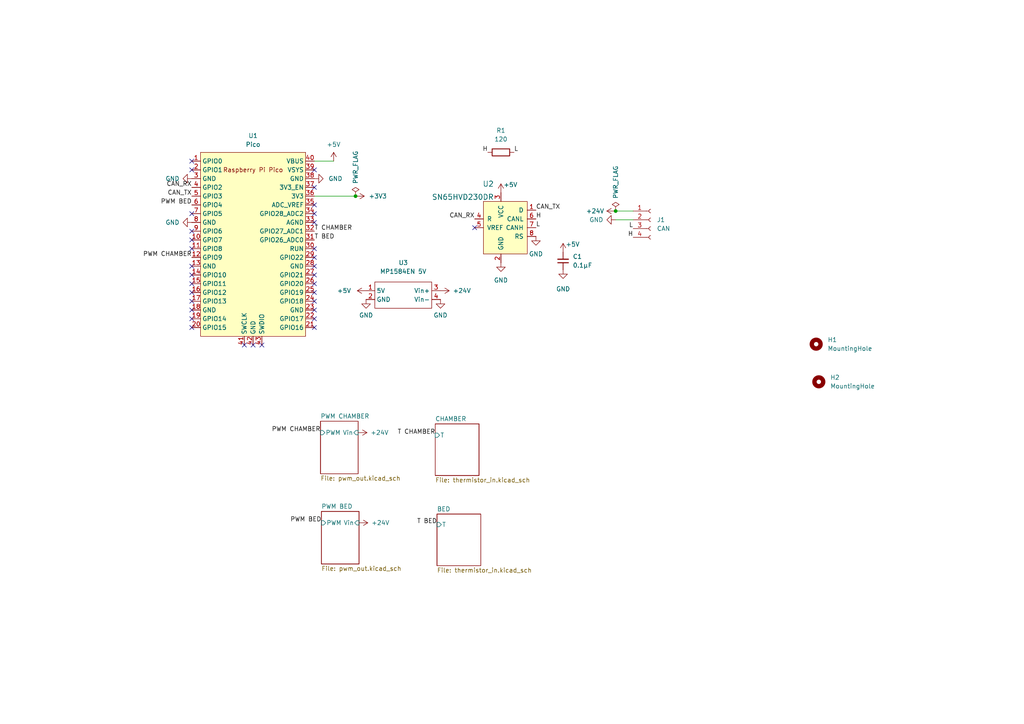
<source format=kicad_sch>
(kicad_sch (version 20211123) (generator eeschema)
  (paper "A4")
  (lib_symbols
    (symbol "Connector:Conn_01x04_Female" (pin_names (offset 1.016) hide)
      (property "Reference" "J" (at 0 5.08 0))
      (property "Value" "Conn_01x04_Female" (at 0 -7.62 0))
      (symbol "Conn_01x04_Female_1_1"
        (arc (start 0 -4.572) (mid -0.508 -5.08) (end 0 -5.588) (stroke (width 0.1524)))
        (arc (start 0 -2.032) (mid -0.508 -2.54) (end 0 -3.048) (stroke (width 0.1524)))
        (polyline (pts (xy -1.27 -5.08) (xy -0.508 -5.08)) (stroke (width 0.1524)))
        (polyline (pts (xy -1.27 -2.54) (xy -0.508 -2.54)) (stroke (width 0.1524)))
        (polyline (pts (xy -1.27 0) (xy -0.508 0)) (stroke (width 0.1524)))
        (polyline (pts (xy -1.27 2.54) (xy -0.508 2.54)) (stroke (width 0.1524)))
        (arc (start 0 0.508) (mid -0.508 0) (end 0 -0.508) (stroke (width 0.1524)))
        (arc (start 0 3.048) (mid -0.508 2.54) (end 0 2.032) (stroke (width 0.1524)))
        (pin passive line (at -5.08 2.54 0) (length 3.81) (name "Pin_1") (number "1"))
        (pin passive line (at -5.08 0 0) (length 3.81) (name "Pin_2") (number "2"))
        (pin passive line (at -5.08 -2.54 0) (length 3.81) (name "Pin_3") (number "3"))
        (pin passive line (at -5.08 -5.08 0) (length 3.81) (name "Pin_4") (number "4"))
      )
    )
    (symbol "Device:C_Small" (pin_numbers hide) (pin_names (offset 0.254) hide)
      (property "Reference" "C" (at 0.254 1.778 0))
      (property "Value" "C_Small" (at 0.254 -2.032 0))
      (symbol "C_Small_0_1"
        (polyline (pts (xy -1.524 -0.508) (xy 1.524 -0.508)) (stroke (width 0.3302)))
        (polyline (pts (xy -1.524 0.508) (xy 1.524 0.508)) (stroke (width 0.3048)))
      )
      (symbol "C_Small_1_1"
        (pin passive line (at 0 2.54 270) (length 2.032) (name "~") (number "1"))
        (pin passive line (at 0 -2.54 90) (length 2.032) (name "~") (number "2"))
      )
    )
    (symbol "Device:R" (pin_numbers hide) (pin_names (offset 0))
      (property "Reference" "R" (at 2.032 0 90))
      (property "Value" "R" (at 0 0 90))
      (symbol "R_0_1"
        (rectangle (start -1.016 -2.54) (end 1.016 2.54) (stroke (width 0.254)))
      )
      (symbol "R_1_1"
        (pin passive line (at 0 3.81 270) (length 1.27) (name "~") (number "1"))
        (pin passive line (at 0 -3.81 90) (length 1.27) (name "~") (number "2"))
      )
    )
    (symbol "MCU_RaspberryPi_and_Boards:Pico"
      (property "Reference" "U" (at -13.97 27.94 0))
      (property "Value" "Pico" (at 0 19.05 0))
      (symbol "Pico_0_0"
        (text "Raspberry Pi Pico" (at 0 21.59 0) (effects (font (size 1.27 1.27))))
      )
      (symbol "Pico_0_1"
        (rectangle (start -15.24 26.67) (end 15.24 -26.67) (fill (type background)))
      )
      (symbol "Pico_1_1"
        (pin bidirectional line (at -17.78 24.13 0) (length 2.54) (name "GPIO0") (number "1"))
        (pin bidirectional line (at -17.78 1.27 0) (length 2.54) (name "GPIO7") (number "10"))
        (pin bidirectional line (at -17.78 -1.27 0) (length 2.54) (name "GPIO8") (number "11"))
        (pin bidirectional line (at -17.78 -3.81 0) (length 2.54) (name "GPIO9") (number "12"))
        (pin power_in line (at -17.78 -6.35 0) (length 2.54) (name "GND") (number "13"))
        (pin bidirectional line (at -17.78 -8.89 0) (length 2.54) (name "GPIO10") (number "14"))
        (pin bidirectional line (at -17.78 -11.43 0) (length 2.54) (name "GPIO11") (number "15"))
        (pin bidirectional line (at -17.78 -13.97 0) (length 2.54) (name "GPIO12") (number "16"))
        (pin bidirectional line (at -17.78 -16.51 0) (length 2.54) (name "GPIO13") (number "17"))
        (pin power_in line (at -17.78 -19.05 0) (length 2.54) (name "GND") (number "18"))
        (pin bidirectional line (at -17.78 -21.59 0) (length 2.54) (name "GPIO14") (number "19"))
        (pin bidirectional line (at -17.78 21.59 0) (length 2.54) (name "GPIO1") (number "2"))
        (pin bidirectional line (at -17.78 -24.13 0) (length 2.54) (name "GPIO15") (number "20"))
        (pin bidirectional line (at 17.78 -24.13 180) (length 2.54) (name "GPIO16") (number "21"))
        (pin bidirectional line (at 17.78 -21.59 180) (length 2.54) (name "GPIO17") (number "22"))
        (pin power_in line (at 17.78 -19.05 180) (length 2.54) (name "GND") (number "23"))
        (pin bidirectional line (at 17.78 -16.51 180) (length 2.54) (name "GPIO18") (number "24"))
        (pin bidirectional line (at 17.78 -13.97 180) (length 2.54) (name "GPIO19") (number "25"))
        (pin bidirectional line (at 17.78 -11.43 180) (length 2.54) (name "GPIO20") (number "26"))
        (pin bidirectional line (at 17.78 -8.89 180) (length 2.54) (name "GPIO21") (number "27"))
        (pin power_in line (at 17.78 -6.35 180) (length 2.54) (name "GND") (number "28"))
        (pin bidirectional line (at 17.78 -3.81 180) (length 2.54) (name "GPIO22") (number "29"))
        (pin power_in line (at -17.78 19.05 0) (length 2.54) (name "GND") (number "3"))
        (pin input line (at 17.78 -1.27 180) (length 2.54) (name "RUN") (number "30"))
        (pin bidirectional line (at 17.78 1.27 180) (length 2.54) (name "GPIO26_ADC0") (number "31"))
        (pin bidirectional line (at 17.78 3.81 180) (length 2.54) (name "GPIO27_ADC1") (number "32"))
        (pin power_in line (at 17.78 6.35 180) (length 2.54) (name "AGND") (number "33"))
        (pin bidirectional line (at 17.78 8.89 180) (length 2.54) (name "GPIO28_ADC2") (number "34"))
        (pin power_in line (at 17.78 11.43 180) (length 2.54) (name "ADC_VREF") (number "35"))
        (pin power_in line (at 17.78 13.97 180) (length 2.54) (name "3V3") (number "36"))
        (pin input line (at 17.78 16.51 180) (length 2.54) (name "3V3_EN") (number "37"))
        (pin bidirectional line (at 17.78 19.05 180) (length 2.54) (name "GND") (number "38"))
        (pin power_in line (at 17.78 21.59 180) (length 2.54) (name "VSYS") (number "39"))
        (pin bidirectional line (at -17.78 16.51 0) (length 2.54) (name "GPIO2") (number "4"))
        (pin power_in line (at 17.78 24.13 180) (length 2.54) (name "VBUS") (number "40"))
        (pin input line (at -2.54 -29.21 90) (length 2.54) (name "SWCLK") (number "41"))
        (pin power_in line (at 0 -29.21 90) (length 2.54) (name "GND") (number "42"))
        (pin bidirectional line (at 2.54 -29.21 90) (length 2.54) (name "SWDIO") (number "43"))
        (pin bidirectional line (at -17.78 13.97 0) (length 2.54) (name "GPIO3") (number "5"))
        (pin bidirectional line (at -17.78 11.43 0) (length 2.54) (name "GPIO4") (number "6"))
        (pin bidirectional line (at -17.78 8.89 0) (length 2.54) (name "GPIO5") (number "7"))
        (pin power_in line (at -17.78 6.35 0) (length 2.54) (name "GND") (number "8"))
        (pin bidirectional line (at -17.78 3.81 0) (length 2.54) (name "GPIO6") (number "9"))
      )
    )
    (symbol "Mechanical:MountingHole" (pin_names (offset 1.016))
      (property "Reference" "H" (at 0 5.08 0))
      (property "Value" "MountingHole" (at 0 3.175 0))
      (symbol "MountingHole_0_1"
        (circle (center 0 0) (radius 1.27) (stroke (width 1.27)))
      )
    )
    (symbol "Power Modules:MP1584EN 5V"
      (property "Reference" "U" (at 0 5.08 0))
      (property "Value" "MP1584EN 5V" (at 0 -6.35 0))
      (symbol "MP1584EN 5V_0_0"
        (pin power_out line (at -10.16 1.27 0) (length 2.54) (name "5V") (number "1"))
        (pin power_out line (at -10.16 -1.27 0) (length 2.54) (name "GND") (number "2"))
        (pin power_in line (at 11.43 1.27 180) (length 2.54) (name "Vin+") (number "3"))
        (pin power_in line (at 11.43 -1.27 180) (length 2.54) (name "Vin-") (number "4"))
      )
      (symbol "MP1584EN 5V_0_1"
        (rectangle (start -7.62 3.81) (end 8.89 -3.81) (stroke (width 0.1524)))
      )
    )
    (symbol "dk_Interface-Drivers-Receivers-Transceivers:SN65HVD230DR" (pin_names (offset 1.016))
      (property "Reference" "U" (at -2.54 1.27 0))
      (property "Value" "SN65HVD230DR" (at 5.08 -17.78 0))
      (symbol "SN65HVD230DR_0_1"
        (rectangle (start -5.08 0) (end 7.62 -15.24) (fill (type background)))
      )
      (symbol "SN65HVD230DR_1_1"
        (pin input line (at -7.62 -2.54 0) (length 2.54) (name "D") (number "1"))
        (pin power_in line (at 2.54 -17.78 90) (length 2.54) (name "GND") (number "2"))
        (pin power_in line (at 2.54 2.54 270) (length 2.54) (name "VCC") (number "3"))
        (pin output line (at 10.16 -5.08 180) (length 2.54) (name "R") (number "4"))
        (pin output line (at 10.16 -7.62 180) (length 2.54) (name "VREF") (number "5"))
        (pin bidirectional line (at -7.62 -5.08 0) (length 2.54) (name "CANL") (number "6"))
        (pin bidirectional line (at -7.62 -7.62 0) (length 2.54) (name "CANH") (number "7"))
        (pin input line (at -7.62 -10.16 0) (length 2.54) (name "RS") (number "8"))
      )
    )
    (symbol "power:+24V" (power) (pin_names (offset 0))
      (property "Value" "+24V" (at 0 3.556 0))
      (symbol "+24V_0_1"
        (polyline (pts (xy -0.762 1.27) (xy 0 2.54)))
        (polyline (pts (xy 0 0) (xy 0 2.54)))
        (polyline (pts (xy 0 2.54) (xy 0.762 1.27)))
      )
      (symbol "+24V_1_1"
        (pin power_in line (at 0 0 90) (length 0) hide (name "+24V") (number "1"))
      )
    )
    (symbol "power:+3.3V" (power) (pin_names (offset 0))
      (property "Value" "+3.3V" (at 0 3.556 0))
      (symbol "+3.3V_0_1"
        (polyline (pts (xy -0.762 1.27) (xy 0 2.54)))
        (polyline (pts (xy 0 0) (xy 0 2.54)))
        (polyline (pts (xy 0 2.54) (xy 0.762 1.27)))
      )
      (symbol "+3.3V_1_1"
        (pin power_in line (at 0 0 90) (length 0) hide (name "+3V3") (number "1"))
      )
    )
    (symbol "power:+5V" (power) (pin_names (offset 0))
      (property "Value" "+5V" (at 0 3.556 0))
      (symbol "+5V_0_1"
        (polyline (pts (xy -0.762 1.27) (xy 0 2.54)))
        (polyline (pts (xy 0 0) (xy 0 2.54)))
        (polyline (pts (xy 0 2.54) (xy 0.762 1.27)))
      )
      (symbol "+5V_1_1"
        (pin power_in line (at 0 0 90) (length 0) hide (name "+5V") (number "1"))
      )
    )
    (symbol "power:GND" (power) (pin_names (offset 0))
      (property "Value" "GND" (at 0 -3.81 0))
      (symbol "GND_0_1"
        (polyline (pts (xy 0 0) (xy 0 -1.27) (xy 1.27 -1.27) (xy 0 -2.54) (xy -1.27 -1.27) (xy 0 -1.27)))
      )
      (symbol "GND_1_1"
        (pin power_in line (at 0 0 270) (length 0) hide (name "GND") (number "1"))
      )
    )
    (symbol "power:PWR_FLAG" (power) (pin_numbers hide) (pin_names (offset 0) hide)
      (property "Value" "PWR_FLAG" (at 0 3.81 0))
      (symbol "PWR_FLAG_0_0"
        (pin power_out line (at 0 0 90) (length 0) (name "pwr") (number "1"))
      )
      (symbol "PWR_FLAG_0_1"
        (polyline (pts (xy 0 0) (xy 0 1.27) (xy -1.016 1.905) (xy 0 2.54) (xy 1.016 1.905) (xy 0 1.27)))
      )
    )
  )
  (junction (at 178.562 61.214))
  (junction (at 103.124 56.896))
  (no_connect (at 55.626 61.976))
  (no_connect (at 91.186 87.376))
  (no_connect (at 91.186 82.296))
  (no_connect (at 91.186 79.756))
  (no_connect (at 91.186 61.976))
  (no_connect (at 91.186 59.436))
  (no_connect (at 91.186 64.516))
  (no_connect (at 91.186 72.136))
  (no_connect (at 91.186 74.676))
  (no_connect (at 91.186 77.216))
  (no_connect (at 91.186 89.916))
  (no_connect (at 91.186 92.456))
  (no_connect (at 91.186 54.356))
  (no_connect (at 91.186 49.276))
  (no_connect (at 55.626 46.736))
  (no_connect (at 55.626 49.276))
  (no_connect (at 55.626 67.056))
  (no_connect (at 55.626 92.456))
  (no_connect (at 55.626 89.916))
  (no_connect (at 55.626 87.376))
  (no_connect (at 91.186 84.836))
  (no_connect (at 55.626 82.296))
  (no_connect (at 55.626 79.756))
  (no_connect (at 55.626 77.216))
  (no_connect (at 55.626 84.836))
  (no_connect (at 55.626 72.136))
  (no_connect (at 55.626 69.596))
  (no_connect (at 91.186 94.996))
  (no_connect (at 55.626 94.996))
  (no_connect (at 137.668 66.04))
  (no_connect (at 75.946 100.076))
  (no_connect (at 73.406 100.076))
  (no_connect (at 70.866 100.076))
  (wire (pts (xy 91.186 46.736) (xy 96.774 46.736)))
  (wire (pts (xy 178.562 61.214) (xy 183.642 61.214)))
  (wire (pts (xy 91.186 56.896) (xy 103.124 56.896)))
  (wire (pts (xy 178.562 63.754) (xy 183.642 63.754)))
  (label "PWM BED" (at 55.626 59.436 180))
  (label "T BED" (at 91.186 69.596 0))
  (label "T BED" (at 126.746 152.146 180))
  (label "CAN_RX" (at 55.626 54.356 180))
  (label "L" (at 183.642 66.294 180))
  (label "L" (at 149.098 44.196 0))
  (label "H" (at 183.642 68.834 180))
  (label "T CHAMBER" (at 91.186 67.056 0))
  (label "CAN_TX" (at 55.626 56.896 180))
  (label "PWM CHAMBER" (at 55.626 74.676 180))
  (label "H" (at 155.448 63.5 0))
  (label "PWM BED" (at 93.218 151.638 180))
  (label "PWM CHAMBER" (at 92.964 125.476 180))
  (label "CAN_RX" (at 137.668 63.5 180))
  (label "CAN_TX" (at 155.448 60.96 0))
  (label "H" (at 141.478 44.196 180))
  (label "L" (at 155.448 66.04 0))
  (label "T CHAMBER" (at 126.238 126.238 180))
  (symbol (lib_id "power:PWR_FLAG") (at 178.562 61.214 0) (unit 1)
    (property "Reference" "#FLG0102" (effects hide))
    (property "Value" "PWR_FLAG" (at 178.5619 57.658 90) (effects (justify left)))
  )
  (symbol (lib_id "power:GND") (at 127.762 86.868 0) (unit 1)
    (property "Reference" "#PWR013" (effects hide))
    (property "Value" "GND" (at 127.762 91.44 0))
  )
  (symbol (lib_id "power:GND") (at 55.626 51.816 270) (unit 1)
    (property "Reference" "#PWR01" (effects hide))
    (property "Value" "GND" (at 52.07 51.8159 90) (effects (justify right)))
  )
  (symbol (lib_id "Device:C_Small") (at 163.322 75.692 180) (unit 1)
    (property "Reference" "C1" (at 166.116 74.4155 0) (effects (justify right)))
    (property "Value" "0.1µF" (at 166.116 76.9555 0) (effects (justify right)))
    (property "Footprint" "Capacitor_SMD:C_0805_2012Metric" (effects hide))
  )
  (symbol (lib_id "power:+24V") (at 104.14 151.638 270) (unit 1)
    (property "Reference" "#PWR06" (effects hide))
    (property "Value" "+24V" (at 107.696 151.6379 90) (effects (justify left)))
  )
  (symbol (lib_id "power:GND") (at 55.626 64.516 270) (unit 1)
    (property "Reference" "#PWR0102" (effects hide))
    (property "Value" "GND" (at 52.07 64.5159 90) (effects (justify right)))
  )
  (symbol (lib_id "power:+24V") (at 178.562 61.214 90) (unit 1)
    (property "Reference" "#PWR015" (effects hide))
    (property "Value" "+24V" (at 175.26 61.2139 90) (effects (justify left)))
  )
  (symbol (lib_id "power:GND") (at 145.288 76.2 0) (unit 1)
    (property "Reference" "#PWR010" (effects hide))
    (property "Value" "GND" (at 145.288 81.28 0))
  )
  (symbol (lib_id "power:GND") (at 163.322 78.232 0) (unit 1)
    (property "Reference" "#PWR014" (effects hide))
    (property "Value" "GND" (at 163.322 83.82 0))
  )
  (symbol (lib_id "power:+5V") (at 96.774 46.736 0) (unit 1)
    (property "Reference" "#PWR04" (effects hide))
    (property "Value" "+5V" (at 96.774 41.91 0))
  )
  (symbol (lib_id "power:+24V") (at 127.762 84.328 270) (unit 1)
    (property "Reference" "#PWR07" (effects hide))
    (property "Value" "+24V" (at 131.318 84.3279 90) (effects (justify left)))
  )
  (symbol (lib_id "power:+5V") (at 145.288 55.88 0) (mirror y) (unit 1)
    (property "Reference" "#PWR09" (effects hide))
    (property "Value" "+5V" (at 150.114 53.594 0) (effects (justify left)))
  )
  (symbol (lib_id "power:GND") (at 178.562 63.754 270) (unit 1)
    (property "Reference" "#PWR016" (effects hide))
    (property "Value" "GND" (at 175.006 63.7539 90) (effects (justify right)))
  )
  (symbol (lib_id "Mechanical:MountingHole") (at 237.49 110.744 0) (unit 1)
    (property "Reference" "H2" (at 240.792 109.4739 0) (effects (justify left)))
    (property "Value" "MountingHole" (at 240.792 112.0139 0) (effects (justify left)))
    (property "Footprint" "MountingHole:MountingHole_3.2mm_M3_DIN965" (effects hide))
  )
  (symbol (lib_id "power:GND") (at 106.172 86.868 0) (unit 1)
    (property "Reference" "#PWR08" (effects hide))
    (property "Value" "GND" (at 106.172 91.44 0))
  )
  (symbol (lib_id "power:PWR_FLAG") (at 103.124 56.896 0) (unit 1)
    (property "Reference" "#FLG0101" (effects hide))
    (property "Value" "PWR_FLAG" (at 103.1239 53.34 90) (effects (justify left)))
  )
  (symbol (lib_id "power:+5V") (at 106.172 84.328 90) (unit 1)
    (property "Reference" "#PWR011" (effects hide))
    (property "Value" "+5V" (at 101.854 84.3279 90) (effects (justify left)))
  )
  (symbol (lib_id "power:GND") (at 155.448 68.58 0) (unit 1)
    (property "Reference" "#PWR012" (effects hide))
    (property "Value" "GND" (at 155.448 73.66 0))
  )
  (symbol (lib_id "dk_Interface-Drivers-Receivers-Transceivers:SN65HVD230DR") (at 147.828 58.42 0) (mirror y) (unit 1)
    (property "Reference" "U2" (at 143.2686 53.34 0) (effects (font (size 1.524 1.524)) (justify left)))
    (property "Value" "SN65HVD230DR" (at 143.2686 57.15 0) (effects (font (size 1.524 1.524)) (justify left)))
    (property "Footprint" "digikey-footprints:SOIC-8_W3.9mm" (effects hide))
    (property "Datasheet" "http://www.ti.com/general/docs/suppproductinfo.tsp?distId=10&gotoUrl=http%3A%2F%2Fwww.ti.com%2Flit%2Fgpn%2Fsn65hvd230" (effects hide))
    (property "Digi-Key_PN" "296-11654-1-ND" (effects hide))
    (property "MPN" "SN65HVD230DR" (effects hide))
    (property "Category" "Integrated Circuits (ICs)" (effects hide))
    (property "Family" "Interface - Drivers, Receivers, Transceivers" (effects hide))
    (property "DK_Datasheet_Link" "http://www.ti.com/general/docs/suppproductinfo.tsp?distId=10&gotoUrl=http%3A%2F%2Fwww.ti.com%2Flit%2Fgpn%2Fsn65hvd230" (effects hide))
    (property "DK_Detail_Page" "/product-detail/en/texas-instruments/SN65HVD230DR/296-11654-1-ND/404366" (effects hide))
    (property "Description" "IC TXRX CAN 1MBPS 3.3V 8SOIC" (effects hide))
    (property "Manufacturer" "Texas Instruments" (effects hide))
    (property "Status" "Active" (effects hide))
  )
  (symbol (lib_id "power:+5V") (at 163.322 73.152 0) (mirror y) (unit 1)
    (property "Reference" "#PWR0101" (effects hide))
    (property "Value" "+5V" (at 168.148 70.866 0) (effects (justify left)))
  )
  (symbol (lib_id "power:+3.3V") (at 103.124 56.896 270) (unit 1)
    (property "Reference" "#PWR03" (effects hide))
    (property "Value" "+3.3V" (at 106.934 56.8959 90) (effects (justify left)))
  )
  (symbol (lib_id "MCU_RaspberryPi_and_Boards:Pico") (at 73.406 70.866 0) (unit 1)
    (property "Reference" "U1" (at 73.406 39.37 0))
    (property "Value" "Pico" (at 73.406 41.91 0))
    (property "Footprint" "MCU_RaspberryPi_and_Boards:RPi_Pico_SMD_TH" (effects hide))
  )
  (symbol (lib_id "Mechanical:MountingHole") (at 236.728 99.822 0) (unit 1)
    (property "Reference" "H1" (at 240.03 98.5519 0) (effects (justify left)))
    (property "Value" "MountingHole" (at 240.03 101.0919 0) (effects (justify left)))
    (property "Footprint" "MountingHole:MountingHole_3.2mm_M3_DIN965" (effects hide))
  )
  (symbol (lib_id "Power Modules:MP1584EN 5V") (at 116.332 85.598 0) (unit 1)
    (property "Reference" "U3" (at 116.967 76.2 0))
    (property "Value" "MP1584EN 5V" (at 116.967 78.74 0))
    (property "Footprint" "Power Modules:MP1584EN" (effects hide))
    (property "Datasheet" "https://aliexpress.ru/item/1005003880292594.html" (effects hide))
  )
  (symbol (lib_id "Device:R") (at 145.288 44.196 90) (unit 1)
    (property "Reference" "R1" (at 145.288 37.846 90))
    (property "Value" "120" (at 145.288 40.386 90))
    (property "Footprint" "Resistor_SMD:R_0805_2012Metric" (effects hide))
  )
  (symbol (lib_id "Connector:Conn_01x04_Female") (at 188.722 63.754 0) (unit 1)
    (property "Reference" "J1" (at 190.5 63.7539 0) (effects (justify left)))
    (property "Value" "CAN" (at 190.5 66.2939 0) (effects (justify left)))
    (property "Footprint" "Connector_Phoenix_MC:PhoenixContact_MC_1,5_4-G-3.5_1x04_P3.50mm_Horizontal" (effects hide))
  )
  (symbol (lib_id "power:+24V") (at 103.886 125.476 270) (unit 1)
    (property "Reference" "#PWR05" (effects hide))
    (property "Value" "+24V" (at 107.442 125.4759 90) (effects (justify left)))
  )
  (symbol (lib_id "power:GND") (at 91.186 51.816 90) (unit 1)
    (property "Reference" "#PWR02" (effects hide))
    (property "Value" "GND" (at 95.25 51.8159 90) (effects (justify right)))
  )
  (sheet (at 126.746 149.098) (size 12.7 14.986) (stroke (width 0.1524))
    (property "Sheet name" "BED" (at 126.746 148.3864 0) (effects (justify left bottom)))
    (property "Sheet file" "thermistor_in.kicad_sch" (at 126.746 164.6686 0) (effects (justify left top)))
    (pin "T" input (at 126.746 152.146 180))
  )
  (sheet (at 93.218 148.336) (size 10.922 15.24) (stroke (width 0.1524))
    (property "Sheet name" "PWM BED" (at 93.218 147.6244 0) (effects (justify left bottom)))
    (property "Sheet file" "pwm_out.kicad_sch" (at 93.218 164.1606 0) (effects (justify left top)))
    (pin "Vin" input (at 104.14 151.638 0))
    (pin "PWM" input (at 93.218 151.638 180))
  )
  (sheet (at 126.238 122.936) (size 12.7 14.986) (stroke (width 0.1524))
    (property "Sheet name" "CHAMBER" (at 126.238 122.2244 0) (effects (justify left bottom)))
    (property "Sheet file" "thermistor_in.kicad_sch" (at 126.238 138.5066 0) (effects (justify left top)))
    (pin "T" input (at 126.238 126.238 180))
  )
  (sheet (at 92.964 122.174) (size 10.922 15.24) (stroke (width 0.1524))
    (property "Sheet name" "PWM CHAMBER" (at 92.964 121.4624 0) (effects (justify left bottom)))
    (property "Sheet file" "pwm_out.kicad_sch" (at 92.964 137.9986 0) (effects (justify left top)))
    (pin "Vin" input (at 103.886 125.476 0))
    (pin "PWM" input (at 92.964 125.476 180))
  )
)
</source>
